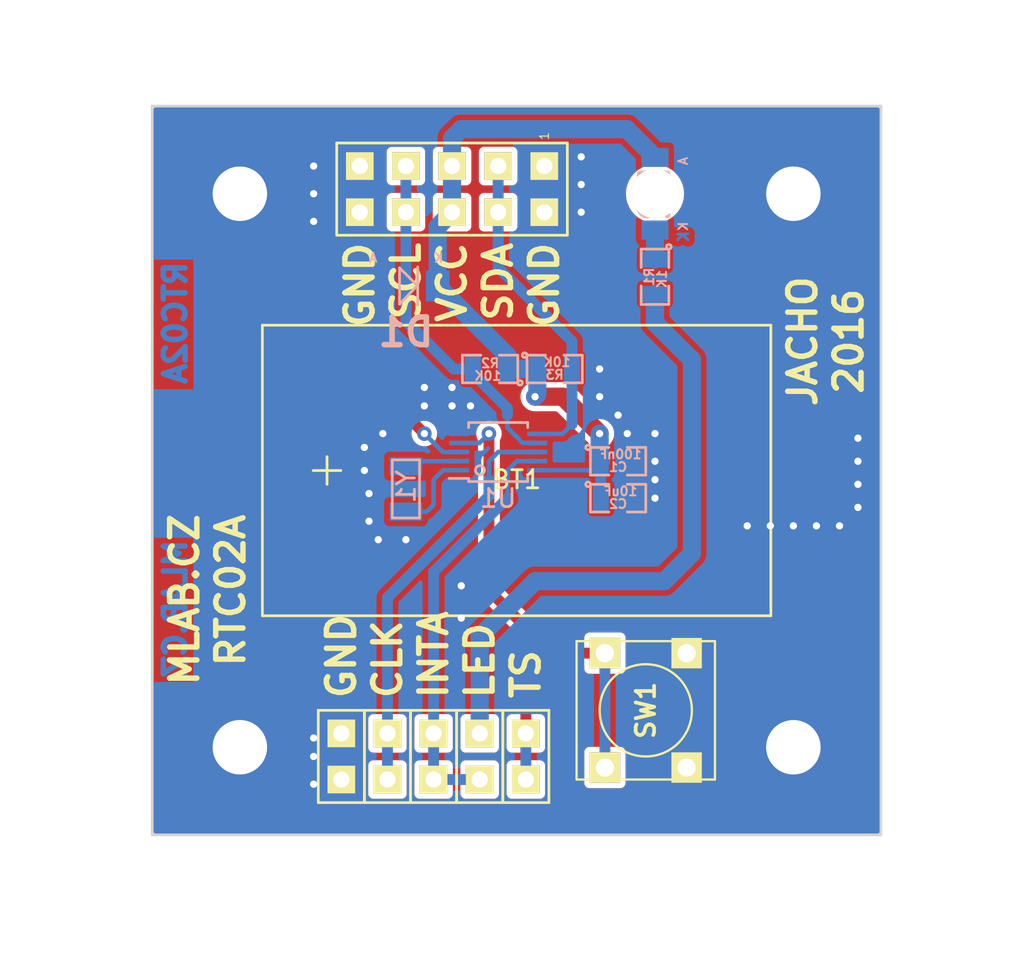
<source format=kicad_pcb>
(kicad_pcb (version 20221018) (generator pcbnew)
  (layers (0 "F.Cu" signal) (31 "B.Cu" signal) (34 "B.Paste" user) (35 "F.Paste" user) (36 "B.SilkS" user "B.Silkscreen") (37 "F.SilkS" user "F.Silkscreen") (38 "B.Mask" user) (39 "F.Mask" user) (44 "Edge.Cuts" user))
  (net 0 "")
  (net 1 "Net-(BT1-Pad1)")
  (net 2 "GND")
  (net 3 "VCC")
  (net 4 "Net-(D2-Pad1)")
  (net 5 "/SDA")
  (net 6 "/SCL")
  (net 7 "/INTA")
  (net 8 "Net-(J2-Pad2)")
  (net 9 "/CLK")
  (net 10 "/TS")
  (net 11 "Net-(U1-Pad1)")
  (net 12 "Net-(U1-Pad2)")
  (footprint "Mlab_Batery:CH28-2032" (layer "F.Cu") (at 20.32 -20.32)
    (fp_text reference "BT1" (at 0 0.5) (layer "F.SilkS"))
    (fp_text value "CH28-2032")
    (fp_text user "+" (at -10.4394 -0.1524) (layer "F.SilkS") (effects (font (size 2 2))))
    (fp_line (start -14 -8) (end 14 -8) (stroke (width 0.15)) (layer "F.SilkS"))
    (fp_line (start -14 8) (end -14 -8) (stroke (width 0.15)) (layer "F.SilkS"))
    (fp_line (start 14 -8) (end 14 8) (stroke (width 0.15)) (layer "F.SilkS"))
    (fp_line (start 14 8) (end -14 8) (stroke (width 0.15)) (layer "F.SilkS"))
    (pad "1" smd rect locked (at -15 0) (size 5 4) (layers "F.Cu" "F.Paste" "F.Mask") (net 1 "Net-(BT1-Pad1)"))
    (pad "2" smd rect locked (at 15 0) (size 5 4) (layers "F.Cu" "F.Paste" "F.Mask") (net 2 "GND"))
  )
  (footprint "Mlab_Pin_Headers:Straight_2x05" (layer "F.Cu") (at 16.764 -35.814 -90)
    (fp_text reference "J1" hide)
    (fp_text value "JUMP_5X2" hide)
    (fp_text user "1" (at -2.921 -5.08 270) (layer "F.SilkS") (effects (font (size 0.5 0.5) (thickness 0.05))))
    (fp_line (start -2.54 -6.35) (end 2.54 -6.35) (stroke (width 0.15)) (layer "F.SilkS"))
    (fp_line (start -2.54 6.35) (end -2.54 -6.35) (stroke (width 0.15)) (layer "F.SilkS"))
    (fp_line (start 2.54 -6.35) (end 2.54 6.35) (stroke (width 0.15)) (layer "F.SilkS"))
    (fp_line (start 2.54 6.35) (end -2.54 6.35) (stroke (width 0.15)) (layer "F.SilkS"))
    (pad "1" thru_hole rect (at -1.27 -5.08 270) (size 1.524 1.524) (drill 0.889) (layers "*.Cu" "*.Mask" "F.SilkS") (net 2 "GND"))
    (pad "2" thru_hole rect (at 1.27 -5.08 270) (size 1.524 1.524) (drill 0.889) (layers "*.Cu" "*.Mask" "F.SilkS") (net 2 "GND"))
    (pad "3" thru_hole rect (at -1.27 -2.54 270) (size 1.524 1.524) (drill 0.889) (layers "*.Cu" "*.Mask" "F.SilkS") (net 5 "/SDA"))
    (pad "4" thru_hole rect (at 1.27 -2.54 270) (size 1.524 1.524) (drill 0.889) (layers "*.Cu" "*.Mask" "F.SilkS") (net 5 "/SDA"))
    (pad "5" thru_hole rect (at -1.27 0 270) (size 1.524 1.524) (drill 0.889) (layers "*.Cu" "*.Mask" "F.SilkS") (net 3 "VCC"))
    (pad "6" thru_hole rect (at 1.27 0 270) (size 1.524 1.524) (drill 0.889) (layers "*.Cu" "*.Mask" "F.SilkS") (net 3 "VCC"))
    (pad "7" thru_hole rect (at -1.27 2.54 270) (size 1.524 1.524) (drill 0.889) (layers "*.Cu" "*.Mask" "F.SilkS") (net 6 "/SCL"))
    (pad "8" thru_hole rect (at 1.27 2.54 270) (size 1.524 1.524) (drill 0.889) (layers "*.Cu" "*.Mask" "F.SilkS") (net 6 "/SCL"))
    (pad "9" thru_hole rect (at -1.27 5.08 270) (size 1.524 1.524) (drill 0.889) (layers "*.Cu" "*.Mask" "F.SilkS") (net 2 "GND"))
    (pad "10" thru_hole rect (at 1.27 5.08 270) (size 1.524 1.524) (drill 0.889) (layers "*.Cu" "*.Mask" "F.SilkS") (net 2 "GND"))
  )
  (footprint "Mlab_Pin_Headers:Straight_2x01" (layer "F.Cu") (at 18.288 -4.572 90)
    (fp_text reference "J2" hide)
    (fp_text value "JUMP2_2x1" hide)
    (fp_line (start -2.54 -1.27) (end 2.54 -1.27) (stroke (width 0.15)) (layer "F.SilkS"))
    (fp_line (start -2.54 1.27) (end -2.54 -1.27) (stroke (width 0.15)) (layer "F.SilkS"))
    (fp_line (start 2.54 -1.27) (end 2.54 1.27) (stroke (width 0.15)) (layer "F.SilkS"))
    (fp_line (start 2.54 1.27) (end -2.54 1.27) (stroke (width 0.15)) (layer "F.SilkS"))
    (pad "1" thru_hole rect (at -1.27 0 90) (size 1.524 1.524) (drill 0.889) (layers "*.Cu" "*.Mask" "F.SilkS") (net 7 "/INTA"))
    (pad "2" thru_hole rect (at 1.27 0 90) (size 1.524 1.524) (drill 0.889) (layers "*.Cu" "*.Mask" "F.SilkS") (net 8 "Net-(J2-Pad2)"))
  )
  (footprint "Mlab_Pin_Headers:Straight_2x01" (layer "F.Cu") (at 15.748 -4.572 90)
    (fp_text reference "J3" hide)
    (fp_text value "JUMP_2x1" hide)
    (fp_line (start -2.54 -1.27) (end 2.54 -1.27) (stroke (width 0.15)) (layer "F.SilkS"))
    (fp_line (start -2.54 1.27) (end -2.54 -1.27) (stroke (width 0.15)) (layer "F.SilkS"))
    (fp_line (start 2.54 -1.27) (end 2.54 1.27) (stroke (width 0.15)) (layer "F.SilkS"))
    (fp_line (start 2.54 1.27) (end -2.54 1.27) (stroke (width 0.15)) (layer "F.SilkS"))
    (pad "1" thru_hole rect (at -1.27 0 90) (size 1.524 1.524) (drill 0.889) (layers "*.Cu" "*.Mask" "F.SilkS") (net 7 "/INTA"))
    (pad "2" thru_hole rect (at 1.27 0 90) (size 1.524 1.524) (drill 0.889) (layers "*.Cu" "*.Mask" "F.SilkS") (net 7 "/INTA"))
  )
  (footprint "Mlab_Pin_Headers:Straight_2x01" (layer "F.Cu") (at 13.208 -4.572 90)
    (fp_text reference "J4" hide)
    (fp_text value "JUMP_2x1" hide)
    (fp_line (start -2.54 -1.27) (end 2.54 -1.27) (stroke (width 0.15)) (layer "F.SilkS"))
    (fp_line (start -2.54 1.27) (end -2.54 -1.27) (stroke (width 0.15)) (layer "F.SilkS"))
    (fp_line (start 2.54 -1.27) (end 2.54 1.27) (stroke (width 0.15)) (layer "F.SilkS"))
    (fp_line (start 2.54 1.27) (end -2.54 1.27) (stroke (width 0.15)) (layer "F.SilkS"))
    (pad "1" thru_hole rect (at -1.27 0 90) (size 1.524 1.524) (drill 0.889) (layers "*.Cu" "*.Mask" "F.SilkS") (net 9 "/CLK"))
    (pad "2" thru_hole rect (at 1.27 0 90) (size 1.524 1.524) (drill 0.889) (layers "*.Cu" "*.Mask" "F.SilkS") (net 9 "/CLK"))
  )
  (footprint "Mlab_Pin_Headers:Straight_2x01" (layer "F.Cu") (at 20.828 -4.572 90)
    (fp_text reference "J5" hide)
    (fp_text value "JUMP_2x1" hide)
    (fp_line (start -2.54 -1.27) (end 2.54 -1.27) (stroke (width 0.15)) (layer "F.SilkS"))
    (fp_line (start -2.54 1.27) (end -2.54 -1.27) (stroke (width 0.15)) (layer "F.SilkS"))
    (fp_line (start 2.54 -1.27) (end 2.54 1.27) (stroke (width 0.15)) (layer "F.SilkS"))
    (fp_line (start 2.54 1.27) (end -2.54 1.27) (stroke (width 0.15)) (layer "F.SilkS"))
    (pad "1" thru_hole rect (at -1.27 0 90) (size 1.524 1.524) (drill 0.889) (layers "*.Cu" "*.Mask" "F.SilkS") (net 10 "/TS"))
    (pad "2" thru_hole rect (at 1.27 0 90) (size 1.524 1.524) (drill 0.889) (layers "*.Cu" "*.Mask" "F.SilkS") (net 10 "/TS"))
  )
  (footprint "Mlab_Mechanical:MountingHole_3mm" (layer "F.Cu") (at 5.08 -5.08)
    (fp_text reference "M1" hide)
    (fp_text value "HOLE" hide)
    (pad "1" thru_hole circle (at 0 0) (size 6 6) (drill 3) (layers "*.Cu" "*.Adhes" "*.Mask") (net 2 "GND") (clearance 1))
  )
  (footprint "Mlab_Mechanical:MountingHole_3mm" (layer "F.Cu") (at 5.08 -35.56)
    (fp_text reference "M2" hide)
    (fp_text value "HOLE" hide)
    (pad "1" thru_hole circle (at 0 0) (size 6 6) (drill 3) (layers "*.Cu" "*.Adhes" "*.Mask") (net 2 "GND") (clearance 1))
  )
  (footprint "Mlab_Mechanical:MountingHole_3mm" (layer "F.Cu") (at 35.56 -35.56)
    (fp_text reference "M3" hide)
    (fp_text value "HOLE" hide)
    (pad "1" thru_hole circle (at 0 0) (size 6 6) (drill 3) (layers "*.Cu" "*.Adhes" "*.Mask") (net 2 "GND") (clearance 1))
  )
  (footprint "Mlab_Mechanical:MountingHole_3mm" (layer "F.Cu") (at 35.56 -5.08)
    (fp_text reference "M4" hide)
    (fp_text value "HOLE" hide)
    (pad "1" thru_hole circle (at 0 0) (size 6 6) (drill 3) (layers "*.Cu" "*.Adhes" "*.Mask") (net 2 "GND") (clearance 1))
  )
  (footprint "Mlab_SW:SW_PUSH_SMALL" (layer "F.Cu") (at 27.432 -7.112 90)
    (fp_text reference "SW1" (at 0 0 90) (layer "F.SilkS") (effects (font (size 1.016 1.016) (thickness 0.2032))))
    (fp_text value "SW_PUSH" hide)
    (fp_line (start -3.81 -3.81) (end -3.81 3.81) (stroke (width 0.127)) (layer "F.SilkS"))
    (fp_line (start -3.81 -3.81) (end 3.81 -3.81) (stroke (width 0.127)) (layer "F.SilkS"))
    (fp_line (start 3.81 -3.81) (end 3.81 3.81) (stroke (width 0.127)) (layer "F.SilkS"))
    (fp_line (start 3.81 3.81) (end -3.81 3.81) (stroke (width 0.127)) (layer "F.SilkS"))
    (fp_circle (center 0 0) (end 0 -2.54) (stroke (width 0.127)) (fill none) (layer "F.SilkS"))
    (pad "1" thru_hole rect (at -3.15 -2.25 90) (size 1.6764 1.6764) (drill 1) (layers "*.Cu" "*.Mask" "F.SilkS") (net 10 "/TS"))
    (pad "1" thru_hole rect (at 3.15 -2.25 90) (size 1.6764 1.6764) (drill 1) (layers "*.Cu" "*.Mask" "F.SilkS") (net 10 "/TS"))
    (pad "2" thru_hole rect (at -3.15 2.25 90) (size 1.6764 1.6764) (drill 1) (layers "*.Cu" "*.Mask" "F.SilkS") (net 2 "GND"))
    (pad "2" thru_hole rect (at 3.15 2.25 90) (size 1.6764 1.6764) (drill 1) (layers "*.Cu" "*.Mask" "F.SilkS") (net 2 "GND"))
  )
  (footprint "Mlab_Pin_Headers:Straight_2x01" (layer "F.Cu") (at 10.668 -4.572 90)
    (fp_text reference "J6" hide)
    (fp_text value "JUMP_2x1" hide)
    (fp_line (start -2.54 -1.27) (end 2.54 -1.27) (stroke (width 0.15)) (layer "F.SilkS"))
    (fp_line (start -2.54 1.27) (end -2.54 -1.27) (stroke (width 0.15)) (layer "F.SilkS"))
    (fp_line (start 2.54 -1.27) (end 2.54 1.27) (stroke (width 0.15)) (layer "F.SilkS"))
    (fp_line (start 2.54 1.27) (end -2.54 1.27) (stroke (width 0.15)) (layer "F.SilkS"))
    (pad "1" thru_hole rect (at -1.27 0 90) (size 1.524 1.524) (drill 0.889) (layers "*.Cu" "*.Mask" "F.SilkS") (net 2 "GND"))
    (pad "2" thru_hole rect (at 1.27 0 90) (size 1.524 1.524) (drill 0.889) (layers "*.Cu" "*.Mask" "F.SilkS") (net 2 "GND"))
  )
  (footprint "Mlab_R:SMD-0805" (layer "B.Cu") (at 25.908 -20.828)
    (fp_text reference "C1" (at 0 0.3175) (layer "B.SilkS") (effects (font (size 0.50038 0.50038) (thickness 0.10922)) (justify mirror)))
    (fp_text value "100nF" (at 0.127 -0.381) (layer "B.SilkS") (effects (font (size 0.50038 0.50038) (thickness 0.10922)) (justify mirror)))
    (fp_line (start -1.524 -0.762) (end -1.524 0.762) (stroke (width 0.15)) (layer "B.SilkS"))
    (fp_line (start -1.524 0.762) (end -0.508 0.762) (stroke (width 0.15)) (layer "B.SilkS"))
    (fp_line (start -0.508 -0.762) (end -1.524 -0.762) (stroke (width 0.15)) (layer "B.SilkS"))
    (fp_line (start 0.508 0.762) (end 1.524 0.762) (stroke (width 0.15)) (layer "B.SilkS"))
    (fp_line (start 1.524 -0.762) (end 0.508 -0.762) (stroke (width 0.15)) (layer "B.SilkS"))
    (fp_line (start 1.524 0.762) (end 1.524 -0.762) (stroke (width 0.15)) (layer "B.SilkS"))
    (fp_circle (center -1.651 -0.762) (end -1.651 -0.635) (stroke (width 0.15)) (fill none) (layer "B.SilkS"))
    (pad "1" smd rect (at -0.9525 0) (size 0.889 1.397) (layers "B.Cu" "B.Paste" "B.Mask") (net 3 "VCC"))
    (pad "2" smd rect (at 0.9525 0) (size 0.889 1.397) (layers "B.Cu" "B.Paste" "B.Mask") (net 2 "GND"))
  )
  (footprint "Mlab_R:SMD-0805" (layer "B.Cu") (at 25.908 -18.796)
    (fp_text reference "C2" (at 0 0.3175) (layer "B.SilkS") (effects (font (size 0.50038 0.50038) (thickness 0.10922)) (justify mirror)))
    (fp_text value "10uF" (at 0.127 -0.381) (layer "B.SilkS") (effects (font (size 0.50038 0.50038) (thickness 0.10922)) (justify mirror)))
    (fp_line (start -1.524 -0.762) (end -1.524 0.762) (stroke (width 0.15)) (layer "B.SilkS"))
    (fp_line (start -1.524 0.762) (end -0.508 0.762) (stroke (width 0.15)) (layer "B.SilkS"))
    (fp_line (start -0.508 -0.762) (end -1.524 -0.762) (stroke (width 0.15)) (layer "B.SilkS"))
    (fp_line (start 0.508 0.762) (end 1.524 0.762) (stroke (width 0.15)) (layer "B.SilkS"))
    (fp_line (start 1.524 -0.762) (end 0.508 -0.762) (stroke (width 0.15)) (layer "B.SilkS"))
    (fp_line (start 1.524 0.762) (end 1.524 -0.762) (stroke (width 0.15)) (layer "B.SilkS"))
    (fp_circle (center -1.651 -0.762) (end -1.651 -0.635) (stroke (width 0.15)) (fill none) (layer "B.SilkS"))
    (pad "1" smd rect (at -0.9525 0) (size 0.889 1.397) (layers "B.Cu" "B.Paste" "B.Mask") (net 3 "VCC"))
    (pad "2" smd rect (at 0.9525 0) (size 0.889 1.397) (layers "B.Cu" "B.Paste" "B.Mask") (net 2 "GND"))
  )
  (footprint "Mlab_D:Diode-MiniMELF_Standard" (layer "B.Cu") (at 14.224 -30.48)
    (fp_text reference "D1" (at 0 2.54) (layer "B.SilkS") (effects (font (size 1.524 1.524) (thickness 0.3048)) (justify mirror)))
    (fp_text value "BZV55C" hide)
    (fp_text user "K" (at 1.80086 -1.5494) (layer "B.SilkS") (effects (font (size 0.50038 0.50038) (thickness 0.09906)) (justify mirror)))
    (fp_text user "A" (at -1.80086 -1.5494) (layer "B.SilkS") (effects (font (size 0.50038 0.50038) (thickness 0.09906)) (justify mirror)))
    (fp_line (start -0.35052 -1.00076) (end 0.65024 0) (stroke (width 0.15)) (layer "B.SilkS"))
    (fp_line (start -0.35052 1.00076) (end -0.35052 -1.00076) (stroke (width 0.15)) (layer "B.SilkS"))
    (fp_line (start 0.65024 -0.0508) (end -0.35052 1.00076) (stroke (width 0.15)) (layer "B.SilkS"))
    (fp_line (start 0.65024 1.04902) (end 0.65024 -1.04902) (stroke (width 0.15)) (layer "B.SilkS"))
    (pad "1" smd rect (at 1.75006 0) (size 1.30048 1.69926) (layers "B.Cu" "B.Paste" "B.Mask") (net 3 "VCC"))
    (pad "2" smd rect (at -1.75006 0) (size 1.30048 1.69926) (layers "B.Cu" "B.Paste" "B.Mask") (net 2 "GND"))
  )
  (footprint "Mlab_D:LED_1206" (layer "B.Cu") (at 27.94 -35.56 -90)
    (fp_text reference "D2" (at 0 0 270) (layer "B.SilkS") (effects (font (size 1.524 1.524) (thickness 0.3048)) (justify mirror)))
    (fp_text value "LED" hide)
    (fp_text user "A" (at -1.80086 -1.5494 270) (layer "B.SilkS") (effects (font (size 0.50038 0.50038) (thickness 0.09906)) (justify mirror)))
    (fp_text user "K" (at 1.80086 -1.5494 270) (layer "B.SilkS") (effects (font (size 0.50038 0.50038) (thickness 0.09906)) (justify mirror)))
    (fp_line (start 2.21488 -1.50622) (end 2.53492 -1.81102) (stroke (width 0.15)) (layer "B.Cu"))
    (fp_line (start 2.2225 -1.24968) (end 2.21742 -1.81864) (stroke (width 0.15)) (layer "B.Cu"))
    (fp_line (start 2.25298 -1.52146) (end 2.5273 -1.24968) (stroke (width 0.15)) (layer "B.Cu"))
    (pad "" np_thru_hole circle (at 0 0 270) (size 2.7 2.7) (drill 2.7) (layers "*.Cu" "*.Mask" "B.SilkS"))
    (pad "1" smd rect (at 2 0 270) (size 1.05 1.5) (layers "B.Cu" "B.Paste" "B.Mask") (net 4 "Net-(D2-Pad1)"))
    (pad "2" smd rect (at -2 0 270) (size 1.05 1.5) (layers "B.Cu" "B.Paste" "B.Mask") (net 3 "VCC"))
  )
  (footprint "Mlab_R:SMD-0805" (layer "B.Cu") (at 27.94 -30.988 -90)
    (fp_text reference "R1" (at 0 0.3175 270) (layer "B.SilkS") (effects (font (size 0.50038 0.50038) (thickness 0.10922)) (justify mirror)))
    (fp_text value "1K" (at 0.127 -0.381 270) (layer "B.SilkS") (effects (font (size 0.50038 0.50038) (thickness 0.10922)) (justify mirror)))
    (fp_line (start -1.524 -0.762) (end -1.524 0.762) (stroke (width 0.15)) (layer "B.SilkS"))
    (fp_line (start -1.524 0.762) (end -0.508 0.762) (stroke (width 0.15)) (layer "B.SilkS"))
    (fp_line (start -0.508 -0.762) (end -1.524 -0.762) (stroke (width 0.15)) (layer "B.SilkS"))
    (fp_line (start 0.508 0.762) (end 1.524 0.762) (stroke (width 0.15)) (layer "B.SilkS"))
    (fp_line (start 1.524 -0.762) (end 0.508 -0.762) (stroke (width 0.15)) (layer "B.SilkS"))
    (fp_line (start 1.524 0.762) (end 1.524 -0.762) (stroke (width 0.15)) (layer "B.SilkS"))
    (fp_circle (center -1.651 -0.762) (end -1.651 -0.635) (stroke (width 0.15)) (fill none) (layer "B.SilkS"))
    (pad "1" smd rect (at -0.9525 0 270) (size 0.889 1.397) (layers "B.Cu" "B.Paste" "B.Mask") (net 4 "Net-(D2-Pad1)"))
    (pad "2" smd rect (at 0.9525 0 270) (size 0.889 1.397) (layers "B.Cu" "B.Paste" "B.Mask") (net 8 "Net-(J2-Pad2)"))
  )
  (footprint "Mlab_IO:TSSOP-10_3x3mm_Pitch0.5mm" (layer "B.Cu") (at 19.304 -21.336)
    (fp_text reference "U1" (at 0 2.55) (layer "B.SilkS") (effects (justify mirror)))
    (fp_text value "PCF85263A")
    (fp_line (start -1.625 -1.625) (end -1.625 -1.35) (stroke (width 0.15)) (layer "B.SilkS"))
    (fp_line (start -1.625 -1.625) (end 1.625 -1.625) (stroke (width 0.15)) (layer "B.SilkS"))
    (fp_line (start -1.625 1.45) (end -2.7 1.45) (stroke (width 0.15)) (layer "B.SilkS"))
    (fp_line (start -1.625 1.625) (end -1.625 1.45) (stroke (width 0.15)) (layer "B.SilkS"))
    (fp_line (start -1.625 1.625) (end 1.625 1.625) (stroke (width 0.15)) (layer "B.SilkS"))
    (fp_line (start 1.625 -1.625) (end 1.625 -1.35) (stroke (width 0.15)) (layer "B.SilkS"))
    (fp_line (start 1.625 1.625) (end 1.625 1.35) (stroke (width 0.15)) (layer "B.SilkS"))
    (fp_circle (center -1 1) (end -1.25 1) (stroke (width 0.15)) (fill none) (layer "B.SilkS"))
    (pad "1" smd rect (at -2.15 1) (size 1.1 0.25) (layers "B.Cu" "B.Paste" "B.Mask") (net 11 "Net-(U1-Pad1)"))
    (pad "2" smd rect (at -2.15 0.5) (size 1.1 0.25) (layers "B.Cu" "B.Paste" "B.Mask") (net 12 "Net-(U1-Pad2)"))
    (pad "3" smd rect (at -2.15 0) (size 1.1 0.25) (layers "B.Cu" "B.Paste" "B.Mask") (net 1 "Net-(BT1-Pad1)"))
    (pad "4" smd rect (at -2.15 -0.5) (size 1.1 0.25) (layers "B.Cu" "B.Paste" "B.Mask") (net 10 "/TS"))
    (pad "5" smd rect (at -2.15 -1) (size 1.1 0.25) (layers "B.Cu" "B.Paste" "B.Mask") (net 2 "GND"))
    (pad "6" smd rect (at 2.15 -1) (size 1.1 0.25) (layers "B.Cu" "B.Paste" "B.Mask") (net 5 "/SDA"))
    (pad "7" smd rect (at 2.15 -0.5) (size 1.1 0.25) (layers "B.Cu" "B.Paste" "B.Mask") (net 6 "/SCL"))
    (pad "8" smd rect (at 2.15 0) (size 1.1 0.25) (layers "B.Cu" "B.Paste" "B.Mask") (net 9 "/CLK"))
    (pad "9" smd rect (at 2.15 0.5) (size 1.1 0.25) (layers "B.Cu" "B.Paste" "B.Mask") (net 7 "/INTA"))
    (pad "10" smd rect (at 2.15 1) (size 1.1 0.25) (layers "B.Cu" "B.Paste" "B.Mask") (net 3 "VCC"))
  )
  (footprint "Mlab_XTAL:ABS07" (layer "B.Cu") (at 14.224 -19.304 90)
    (fp_text reference "Y1" (at 0.127 0.0127 90) (layer "B.SilkS") (effects (justify mirror)))
    (fp_text value "ABS07-120-32.768KHZ-T" hide)
    (fp_line (start -1.6 0.75) (end -1.6 -0.75) (stroke (width 0.15)) (layer "B.SilkS"))
    (fp_line (start -1.6 0.75) (end 1.6 0.75) (stroke (width 0.15)) (layer "B.SilkS"))
    (fp_line (start 1.6 -0.75) (end -1.6 -0.75) (stroke (width 0.15)) (layer "B.SilkS"))
    (fp_line (start 1.6 -0.75) (end 1.6 0.75) (stroke (width 0.15)) (layer "B.SilkS"))
    (pad "1" smd rect (at 1.25 0 90) (size 1 1.8) (layers "B.Cu" "B.Paste" "B.Mask") (net 12 "Net-(U1-Pad2)"))
    (pad "2" smd rect (at -1.25 0 90) (size 1 1.8) (layers "B.Cu" "B.Paste" "B.Mask") (net 11 "Net-(U1-Pad1)"))
  )
  (footprint "Mlab_R:SMD-0805" (layer "B.Cu") (at 18.8595 -25.908 180)
    (fp_text reference "R2" (at 0 0.3175 180) (layer "B.SilkS") (effects (font (size 0.50038 0.50038) (thickness 0.10922)) (justify mirror)))
    (fp_text value "10K" (at 0.127 -0.381 180) (layer "B.SilkS") (effects (font (size 0.50038 0.50038) (thickness 0.10922)) (justify mirror)))
    (fp_line (start -1.524 -0.762) (end -1.524 0.762) (stroke (width 0.15)) (layer "B.SilkS"))
    (fp_line (start -1.524 0.762) (end -0.508 0.762) (stroke (width 0.15)) (layer "B.SilkS"))
    (fp_line (start -0.508 -0.762) (end -1.524 -0.762) (stroke (width 0.15)) (layer "B.SilkS"))
    (fp_line (start 0.508 0.762) (end 1.524 0.762) (stroke (width 0.15)) (layer "B.SilkS"))
    (fp_line (start 1.524 -0.762) (end 0.508 -0.762) (stroke (width 0.15)) (layer "B.SilkS"))
    (fp_line (start 1.524 0.762) (end 1.524 -0.762) (stroke (width 0.15)) (layer "B.SilkS"))
    (fp_circle (center -1.651 -0.762) (end -1.651 -0.635) (stroke (width 0.15)) (fill none) (layer "B.SilkS"))
    (pad "1" smd rect (at -0.9525 0 180) (size 0.889 1.397) (layers "B.Cu" "B.Paste" "B.Mask") (net 3 "VCC"))
    (pad "2" smd rect (at 0.9525 0 180) (size 0.889 1.397) (layers "B.Cu" "B.Paste" "B.Mask") (net 6 "/SCL"))
  )
  (footprint "Mlab_R:SMD-0805" (layer "B.Cu") (at 22.4155 -25.908)
    (fp_text reference "R3" (at 0 0.3175) (layer "B.SilkS") (effects (font (size 0.50038 0.50038) (thickness 0.10922)) (justify mirror)))
    (fp_text value "10K" (at 0.127 -0.381) (layer "B.SilkS") (effects (font (size 0.50038 0.50038) (thickness 0.10922)) (justify mirror)))
    (fp_line (start -1.524 -0.762) (end -1.524 0.762) (stroke (width 0.15)) (layer "B.SilkS"))
    (fp_line (start -1.524 0.762) (end -0.508 0.762) (stroke (width 0.15)) (layer "B.SilkS"))
    (fp_line (start -0.508 -0.762) (end -1.524 -0.762) (stroke (width 0.15)) (layer "B.SilkS"))
    (fp_line (start 0.508 0.762) (end 1.524 0.762) (stroke (width 0.15)) (layer "B.SilkS"))
    (fp_line (start 1.524 -0.762) (end 0.508 -0.762) (stroke (width 0.15)) (layer "B.SilkS"))
    (fp_line (start 1.524 0.762) (end 1.524 -0.762) (stroke (width 0.15)) (layer "B.SilkS"))
    (fp_circle (center -1.651 -0.762) (end -1.651 -0.635) (stroke (width 0.15)) (fill none) (layer "B.SilkS"))
    (pad "1" smd rect (at -0.9525 0) (size 0.889 1.397) (layers "B.Cu" "B.Paste" "B.Mask") (net 3 "VCC"))
    (pad "2" smd rect (at 0.9525 0) (size 0.889 1.397) (layers "B.Cu" "B.Paste" "B.Mask") (net 5 "/SDA"))
  )
  (gr_line (start 0.254 -0.254) (end 40.386 -0.254) (stroke (width 0.15)) (layer "Edge.Cuts"))
  (gr_line (start 0.254 -40.386) (end 40.386 -40.386) (stroke (width 0.15)) (layer "Edge.Cuts"))
  (gr_line (start 0.254 -0.254) (end 0.254 -40.386) (stroke (width 0.15)) (layer "Edge.Cuts"))
  (gr_line (start 40.386 -40.386) (end 40.386 -0.254) (stroke (width 0.15)) (layer "Edge.Cuts"))
  (gr_text "MLAB.CZ" (at 1.524 -12.7 90) (layer "B.Cu") (effects (font (size 1.2 1.2) (thickness 0.3)) (justify mirror)))
  (gr_text "RTC02A" (at 1.524 -28.448 90) (layer "B.Cu") (effects (font (size 1.2 1.2) (thickness 0.3)) (justify mirror)))
  (gr_text "RTC02A" (at 4.572 -13.716 90) (layer "F.SilkS") (effects (font (size 1.5 1.5) (thickness 0.3))))
  (gr_text "LED" (at 18.288 -7.62 90) (layer "F.SilkS") (effects (font (size 1.5 1.5) (thickness 0.3)) (justify left)))
  (gr_text "2016" (at 38.608 -27.432 90) (layer "F.SilkS") (effects (font (size 1.5 1.5) (thickness 0.3))))
  (gr_text "INTA" (at 15.748 -7.62 90) (layer "F.SilkS") (effects (font (size 1.5 1.5) (thickness 0.3)) (justify left)))
  (gr_text "MLAB.CZ" (at 2.032 -13.208 90) (layer "F.SilkS") (effects (font (size 1.5 1.5) (thickness 0.3))))
  (gr_text "SCL" (at 14.224 -33.02 90) (layer "F.SilkS") (effects (font (size 1.5 1.5) (thickness 0.3)) (justify right)))
  (gr_text "TS" (at 20.828 -7.62 90) (layer "F.SilkS") (effects (font (size 1.5 1.5) (thickness 0.3)) (justify left)))
  (gr_text "CLK" (at 13.208 -7.62 90) (layer "F.SilkS") (effects (font (size 1.5 1.5) (thickness 0.3)) (justify left)))
  (gr_text "VCC" (at 16.764 -33.02 90) (layer "F.SilkS") (effects (font (size 1.5 1.5) (thickness 0.3)) (justify right)))
  (gr_text "SDA" (at 19.304 -33.02 90) (layer "F.SilkS") (effects (font (size 1.5 1.5) (thickness 0.3)) (justify right)))
  (gr_text "JACHO" (at 36.068 -27.432 90) (layer "F.SilkS") (effects (font (size 1.5 1.5) (thickness 0.3))))
  (gr_text "GND" (at 10.668 -7.62 90) (layer "F.SilkS") (effects (font (size 1.5 1.5) (thickness 0.3)) (justify left)))
  (gr_text "GND" (at 11.684 -33.02 90) (layer "F.SilkS") (effects (font (size 1.5 1.5) (thickness 0.3)) (justify right)))
  (gr_text "GND" (at 21.844 -33.02 90) (layer "F.SilkS") (effects (font (size 1.5 1.5) (thickness 0.3)) (justify right)))
  (segment (start 13.462 -24.13) (end 15.24 -22.352) (width 0.6) (layer "F.Cu") (net 1))
  (segment (start 5.32 -22.92) (end 6.53 -24.13) (width 0.6) (layer "F.Cu") (net 1))
  (segment (start 5.32 -20.32) (end 5.32 -22.92) (width 0.6) (layer "F.Cu") (net 1))
  (segment (start 6.53 -24.13) (end 13.462 -24.13) (width 0.6) (layer "F.Cu") (net 1))
  (via (at 15.24 -22.352) (size 0.8) (drill 0.4) (layers "F.Cu" "B.Cu") (net 1))
  (segment (start 16.256 -21.336) (end 15.24 -22.352) (width 0.25) (layer "B.Cu") (net 1))
  (segment (start 17.154 -21.336) (end 16.256 -21.336) (width 0.25) (layer "B.Cu") (net 1))
  (segment (start 10.926 -4.572) (end 17.018 -4.572) (width 0.25) (layer "F.Cu") (net 2))
  (segment (start 35.32 -20.32) (end 35.32 -18.07) (width 0.25) (layer "F.Cu") (net 2))
  (segment (start 9.144 -5.588) (end 9.144 -4.572) (width 0.6) (layer "F.Cu") (net 2))
  (segment (start 25.4 -23.876) (end 24.892 -24.384) (width 0.25) (layer "F.Cu") (net 2))
  (segment (start 34.29 -17.272) (end 33.02 -17.272) (width 0.25) (layer "F.Cu") (net 2))
  (segment (start 34.29 -17.272) (end 35.56 -17.272) (width 0.25) (layer "F.Cu") (net 2))
  (segment (start 12.7 -16.51) (end 14.224 -16.51) (width 0.25) (layer "F.Cu") (net 2))
  (segment (start 39.116 -18.288) (end 39.116 -19.558) (width 0.25) (layer "F.Cu") (net 2))
  (segment (start 26.416 -22.86) (end 25.908 -23.368) (width 0.25) (layer "F.Cu") (net 2))
  (segment (start 24.892 -24.384) (end 24.892 -25.908) (width 0.25) (layer "F.Cu") (net 2))
  (segment (start 11.684 -37.084) (end 9.144 -37.084) (width 0.6) (layer "F.Cu") (net 2))
  (segment (start 12.954 -22.352) (end 12.7 -22.352) (width 0.25) (layer "F.Cu") (net 2))
  (segment (start 27.94 -19.812) (end 27.94 -18.796) (width 0.25) (layer "F.Cu") (net 2))
  (segment (start 34.522 -17.272) (end 34.29 -17.272) (width 0.25) (layer "F.Cu") (net 2))
  (segment (start 12.192 -19.05) (end 12.192 -17.526) (width 0.25) (layer "F.Cu") (net 2))
  (segment (start 17.018 -4.572) (end 17.018 -11.938) (width 0.25) (layer "F.Cu") (net 2))
  (segment (start 23.876 -34.544) (end 23.876 -36.068) (width 0.25) (layer "F.Cu") (net 2))
  (segment (start 15.24 -23.876) (end 15.24 -24.892) (width 0.25) (layer "F.Cu") (net 2))
  (segment (start 10.668 -5.842) (end 10.668 -4.83) (width 0.25) (layer "F.Cu") (net 2))
  (segment (start 17.78 -23.876) (end 16.764 -23.876) (width 0.25) (layer "F.Cu") (net 2))
  (segment (start 9.144 -35.56) (end 9.144 -34.036) (width 0.6) (layer "F.Cu") (net 2))
  (segment (start 39.116 -20.828) (end 39.116 -22.098) (width 0.25) (layer "F.Cu") (net 2))
  (segment (start 27.94 -22.352) (end 27.94 -20.828) (width 0.25) (layer "F.Cu") (net 2))
  (segment (start 10.668 -4.83) (end 10.926 -4.572) (width 0.25) (layer "F.Cu") (net 2))
  (segment (start 26.416 -22.352) (end 26.416 -22.86) (width 0.25) (layer "F.Cu") (net 2))
  (segment (start 11.938 -21.59) (end 11.938 -20.32) (width 0.6) (layer "F.Cu") (net 2))
  (segment (start 17.018 -11.938) (end 17.272 -12.192) (width 0.25) (layer "F.Cu") (net 2))
  (segment (start 12.7 -22.352) (end 11.938 -21.59) (width 0.25) (layer "F.Cu") (net 2))
  (segment (start 17.018 -4.572) (end 17.272 -4.572) (width 0.25) (layer "F.Cu") (net 2))
  (segment (start 36.83 -17.272) (end 38.1 -17.272) (width 0.25) (layer "F.Cu") (net 2))
  (segment (start 35.32 -18.07) (end 34.522 -17.272) (width 0.25) (layer "F.Cu") (net 2))
  (via (at 39.116 -19.558) (size 0.8) (drill 0.4) (layers "F.Cu" "B.Cu") (net 2))
  (via (at 9.144 -35.56) (size 0.8) (drill 0.4) (layers "F.Cu" "B.Cu") (net 2))
  (via (at 27.94 -19.812) (size 0.8) (drill 0.4) (layers "F.Cu" "B.Cu") (net 2))
  (via (at 17.78 -23.876) (size 0.8) (drill 0.4) (layers "F.Cu" "B.Cu") (net 2))
  (via (at 39.116 -18.288) (size 0.8) (drill 0.4) (layers "F.Cu" "B.Cu") (net 2))
  (via (at 12.954 -22.352) (size 0.8) (drill 0.4) (layers "F.Cu" "B.Cu") (net 2))
  (via (at 25.908 -23.368) (size 0.8) (drill 0.4) (layers "F.Cu" "B.Cu") (net 2))
  (via (at 23.876 -37.592) (size 0.8) (drill 0.4) (layers "F.Cu" "B.Cu") (net 2))
  (via (at 9.144 -4.572) (size 0.8) (drill 0.4) (layers "F.Cu" "B.Cu") (net 2))
  (via (at 9.144 -37.084) (size 0.8) (drill 0.4) (layers "F.Cu" "B.Cu") (net 2))
  (via (at 17.272 -12.192) (size 0.8) (drill 0.4) (layers "F.Cu" "B.Cu") (net 2))
  (via (at 16.764 -23.876) (size 0.8) (drill 0.4) (layers "F.Cu" "B.Cu") (net 2))
  (via (at 14.224 -16.51) (size 0.8) (drill 0.4) (layers "F.Cu" "B.Cu") (net 2))
  (via (at 27.94 -18.796) (size 0.8) (drill 0.4) (layers "F.Cu" "B.Cu") (net 2))
  (via (at 16.764 -24.892) (size 0.8) (drill 0.4) (layers "F.Cu" "B.Cu") (net 2))
  (via (at 35.56 -17.272) (size 0.8) (drill 0.4) (layers "F.Cu" "B.Cu") (net 2))
  (via (at 39.116 -22.098) (size 0.8) (drill 0.4) (layers "F.Cu" "B.Cu") (net 2))
  (via (at 24.892 -25.908) (size 0.8) (drill 0.4) (layers "F.Cu" "B.Cu") (net 2))
  (via (at 17.272 -13.97) (size 0.8) (drill 0.4) (layers "F.Cu" "B.Cu") (net 2))
  (via (at 33.02 -17.272) (size 0.8) (drill 0.4) (layers "F.Cu" "B.Cu") (net 2))
  (via (at 34.29 -17.272) (size 0.8) (drill 0.4) (layers "F.Cu" "B.Cu") (net 2))
  (via (at 15.24 -23.876) (size 0.8) (drill 0.4) (layers "F.Cu" "B.Cu") (net 2))
  (via (at 11.938 -20.32) (size 0.8) (drill 0.4) (layers "F.Cu" "B.Cu") (net 2))
  (via (at 26.416 -22.352) (size 0.8) (drill 0.4) (layers "F.Cu" "B.Cu") (net 2))
  (via (at 9.144 -5.588) (size 0.8) (drill 0.4) (layers "F.Cu" "B.Cu") (net 2))
  (via (at 12.7 -16.51) (size 0.8) (drill 0.4) (layers "F.Cu" "B.Cu") (net 2))
  (via (at 39.116 -20.828) (size 0.8) (drill 0.4) (layers "F.Cu" "B.Cu") (net 2))
  (via (at 27.94 -22.352) (size 0.8) (drill 0.4) (layers "F.Cu" "B.Cu") (net 2))
  (via (at 23.876 -36.068) (size 0.8) (drill 0.4) (layers "F.Cu" "B.Cu") (net 2))
  (via (at 38.1 -17.272) (size 0.8) (drill 0.4) (layers "F.Cu" "B.Cu") (net 2))
  (via (at 24.892 -24.384) (size 0.8) (drill 0.4) (layers "F.Cu" "B.Cu") (net 2))
  (via (at 27.94 -20.828) (size 0.8) (drill 0.4) (layers "F.Cu" "B.Cu") (net 2))
  (via (at 36.83 -17.272) (size 0.8) (drill 0.4) (layers "F.Cu" "B.Cu") (net 2))
  (via (at 9.144 -3.048) (size 0.8) (drill 0.4) (layers "F.Cu" "B.Cu") (net 2))
  (via (at 15.24 -24.892) (size 0.8) (drill 0.4) (layers "F.Cu" "B.Cu") (net 2))
  (via (at 12.192 -17.526) (size 0.8) (drill 0.4) (layers "F.Cu" "B.Cu") (net 2))
  (via (at 9.144 -34.036) (size 0.8) (drill 0.4) (layers "F.Cu" "B.Cu") (net 2))
  (via (at 23.876 -34.544) (size 0.8) (drill 0.4) (layers "F.Cu" "B.Cu") (net 2))
  (via (at 11.938 -21.59) (size 0.8) (drill 0.4) (layers "F.Cu" "B.Cu") (net 2))
  (via (at 12.192 -19.05) (size 0.8) (drill 0.4) (layers "F.Cu" "B.Cu") (net 2))
  (segment (start 23.876 -36.068) (end 23.876 -37.592) (width 0.25) (layer "B.Cu") (net 2))
  (segment (start 17.154 -22.336) (end 17.154 -23.25) (width 0.25) (layer "B.Cu") (net 2))
  (segment (start 9.144 -37.084) (end 9.144 -35.56) (width 0.6) (layer "B.Cu") (net 2))
  (segment (start 25.908 -24.384) (end 27.94 -22.352) (width 0.25) (layer "B.Cu") (net 2))
  (segment (start 27.94 -20.828) (end 27.94 -19.812) (width 0.25) (layer "B.Cu") (net 2))
  (segment (start 17.154 -23.25) (end 17.78 -23.876) (width 0.25) (layer "B.Cu") (net 2))
  (segment (start 10.668 -5.842) (end 9.398 -5.842) (width 0.6) (layer "B.Cu") (net 2))
  (segment (start 9.398 -5.842) (end 9.144 -5.588) (width 0.6) (layer "B.Cu") (net 2))
  (segment (start 33.02 -17.272) (end 34.29 -17.272) (width 0.25) (layer "B.Cu") (net 2))
  (segment (start 14.478 -23.876) (end 12.954 -22.352) (width 0.25) (layer "B.Cu") (net 2))
  (segment (start 12.192 -17.018) (end 12.7 -16.51) (width 0.25) (layer "B.Cu") (net 2))
  (segment (start 17.272 -12.192) (end 17.272 -13.97) (width 0.25) (layer "B.Cu") (net 2))
  (segment (start 25.908 -23.368) (end 25.4 -23.876) (width 0.25) (layer "B.Cu") (net 2))
  (segment (start 26.8605 -20.828) (end 26.8605 -21.9075) (width 0.25) (layer "B.Cu") (net 2))
  (segment (start 35.56 -17.272) (end 36.83 -17.272) (width 0.25) (layer "B.Cu") (net 2))
  (segment (start 15.24 -23.876) (end 14.478 -23.876) (width 0.25) (layer "B.Cu") (net 2))
  (segment (start 21.844 -34.544) (end 23.876 -34.544) (width 0.25) (layer "B.Cu") (net 2))
  (segment (start 24.892 -24.384) (end 25.908 -24.384) (width 0.25) (layer "B.Cu") (net 2))
  (segment (start 38.1 -17.272) (end 39.116 -18.288) (width 0.25) (layer "B.Cu") (net 2))
  (segment (start 16.764 -23.876) (end 15.24 -23.876) (width 0.25) (layer "B.Cu") (net 2))
  (segment (start 12.192 -17.526) (end 12.192 -17.018) (width 0.25) (layer "B.Cu") (net 2))
  (segment (start 39.116 -19.558) (end 39.116 -20.828) (width 0.25) (layer "B.Cu") (net 2))
  (segment (start 11.938 -20.32) (end 11.938 -19.304) (width 0.25) (layer "B.Cu") (net 2))
  (segment (start 26.8605 -21.9075) (end 26.416 -22.352) (width 0.25) (layer "B.Cu") (net 2))
  (segment (start 11.938 -19.304) (end 12.192 -19.05) (width 0.25) (layer "B.Cu") (net 2))
  (segment (start 9.144 -4.572) (end 9.144 -3.048) (width 0.6) (layer "B.Cu") (net 2))
  (segment (start 15.24 -24.892) (end 16.764 -24.892) (width 0.25) (layer "B.Cu") (net 2))
  (segment (start 11.938 -21.59) (end 11.938 -20.32) (width 0.25) (layer "B.Cu") (net 2))
  (segment (start 25.908 -23.368) (end 24.892 -24.384) (width 0.25) (layer "B.Cu") (net 2))
  (segment (start 22.86 -24.384) (end 24.892 -22.352) (width 1) (layer "F.Cu") (net 3))
  (segment (start 21.336 -24.384) (end 22.86 -24.384) (width 1) (layer "F.Cu") (net 3))
  (via (at 21.336 -24.384) (size 0.8) (drill 0.4) (layers "F.Cu" "B.Cu") (net 3))
  (via (at 24.892 -22.352) (size 0.8) (drill 0.4) (layers "F.Cu" "B.Cu") (net 3))
  (segment (start 19.812 -25.908) (end 21.463 -25.908) (width 1) (layer "B.Cu") (net 3))
  (segment (start 19.812 -26.64206) (end 15.97406 -30.48) (width 1) (layer "B.Cu") (net 3))
  (segment (start 26.384 -39.116) (end 27.889999 -37.610001) (width 1) (layer "B.Cu") (net 3))
  (segment (start 21.463 -24.511) (end 21.336 -24.384) (width 1) (layer "B.Cu") (net 3))
  (segment (start 24.892 -22.352) (end 24.892 -20.8915) (width 1) (layer "B.Cu") (net 3))
  (segment (start 19.812 -25.908) (end 19.812 -26.64206) (width 1) (layer "B.Cu") (net 3))
  (segment (start 24.4635 -20.336) (end 24.9555 -20.828) (width 0.25) (layer "B.Cu") (net 3))
  (segment (start 16.764 -37.084) (end 16.764 -38.608) (width 1) (layer "B.Cu") (net 3))
  (segment (start 21.463 -25.908) (end 21.463 -24.511) (width 1) (layer "B.Cu") (net 3))
  (segment (start 21.454 -20.336) (end 24.4635 -20.336) (width 0.25) (layer "B.Cu") (net 3))
  (segment (start 24.9555 -18.796) (end 24.9555 -20.828) (width 0.6) (layer "B.Cu") (net 3))
  (segment (start 16.764 -37.084) (end 16.764 -34.544) (width 1) (layer "B.Cu") (net 3))
  (segment (start 16.764 -38.608) (end 17.272 -39.116) (width 1) (layer "B.Cu") (net 3))
  (segment (start 15.97406 -30.48) (end 15.97406 -33.75406) (width 1) (layer "B.Cu") (net 3))
  (segment (start 17.272 -39.116) (end 26.384 -39.116) (width 1) (layer "B.Cu") (net 3))
  (segment (start 24.892 -20.8915) (end 24.9555 -20.828) (width 1) (layer "B.Cu") (net 3))
  (segment (start 15.97406 -33.75406) (end 16.764 -34.544) (width 1) (layer "B.Cu") (net 3))
  (segment (start 27.889999 -37.610001) (end 27.94 -37.610001) (width 1) (layer "B.Cu") (net 3))
  (segment (start 27.94 -31.9405) (end 27.94 -33.509999) (width 1) (layer "B.Cu") (net 4))
  (segment (start 19.304 -37.084) (end 19.304 -34.544) (width 0.6) (layer "B.Cu") (net 5))
  (segment (start 19.304 -31.496) (end 23.368 -27.432) (width 0.6) (layer "B.Cu") (net 5))
  (segment (start 21.454 -22.336) (end 22.844 -22.336) (width 0.25) (layer "B.Cu") (net 5))
  (segment (start 19.304 -34.544) (end 19.304 -31.496) (width 0.6) (layer "B.Cu") (net 5))
  (segment (start 22.844 -22.336) (end 23.368 -22.86) (width 0.25) (layer "B.Cu") (net 5))
  (segment (start 23.368 -27.432) (end 23.368 -25.908) (width 0.6) (layer "B.Cu") (net 5))
  (segment (start 23.368 -22.86) (end 23.368 -25.908) (width 0.6) (layer "B.Cu") (net 5))
  (segment (start 21.454 -21.836) (end 20.654 -21.836) (width 0.25) (layer "B.Cu") (net 6))
  (segment (start 20.654 -21.836) (end 19.812 -22.678) (width 0.25) (layer "B.Cu") (net 6))
  (segment (start 17.907 -25.654) (end 17.907 -25.908) (width 0.6) (layer "B.Cu") (net 6))
  (segment (start 14.224 -28.5465) (end 14.224 -29.845) (width 0.6) (layer "B.Cu") (net 6))
  (segment (start 17.907 -25.908) (end 16.8625 -25.908) (width 0.6) (layer "B.Cu") (net 6))
  (segment (start 14.224 -34.544) (end 14.224 -29.845) (width 0.6) (layer "B.Cu") (net 6))
  (segment (start 19.812 -23.368) (end 19.812 -23.749) (width 0.6) (layer "B.Cu") (net 6))
  (segment (start 19.812 -23.749) (end 17.907 -25.654) (width 0.6) (layer "B.Cu") (net 6))
  (segment (start 16.8625 -25.908) (end 14.224 -28.5465) (width 0.6) (layer "B.Cu") (net 6))
  (segment (start 14.224 -37.084) (end 14.224 -34.544) (width 0.6) (layer "B.Cu") (net 6))
  (segment (start 19.812 -22.678) (end 19.812 -23.368) (width 0.25) (layer "B.Cu") (net 6))
  (segment (start 21.454 -20.836) (end 20.328 -20.836) (width 0.25) (layer "B.Cu") (net 7))
  (segment (start 15.748 -14.732) (end 15.748 -5.842) (width 0.6) (layer "B.Cu") (net 7))
  (segment (start 19.812 -18.796) (end 15.748 -14.732) (width 0.6) (layer "B.Cu") (net 7))
  (segment (start 20.328 -20.836) (end 19.812 -20.32) (width 0.25) (layer "B.Cu") (net 7))
  (segment (start 19.812 -20.32) (end 19.812 -18.796) (width 0.25) (layer "B.Cu") (net 7))
  (segment (start 15.748 -3.302) (end 18.288 -3.302) (width 0.6) (layer "B.Cu") (net 7))
  (segment (start 15.748 -3.302) (end 15.748 -5.842) (width 0.6) (layer "B.Cu") (net 7))
  (segment (start 18.288 -5.842) (end 18.288 -11.176) (width 1) (layer "B.Cu") (net 8))
  (segment (start 29.972 -26.416) (end 27.94 -28.448) (width 1) (layer "B.Cu") (net 8))
  (segment (start 29.972 -15.748) (end 29.972 -26.416) (width 1) (layer "B.Cu") (net 8))
  (segment (start 21.336 -14.224) (end 28.448 -14.224) (width 1) (layer "B.Cu") (net 8))
  (segment (start 28.448 -14.224) (end 29.972 -15.748) (width 1) (layer "B.Cu") (net 8))
  (segment (start 27.94 -28.448) (end 27.94 -30.0355) (width 1) (layer "B.Cu") (net 8))
  (segment (start 18.288 -11.176) (end 21.336 -14.224) (width 1) (layer "B.Cu") (net 8))
  (segment (start 18.796 -20.828) (end 18.796 -19.812) (width 0.25) (layer "B.Cu") (net 9))
  (segment (start 13.208 -13.323384) (end 18.796 -18.911384) (width 0.6) (layer "B.Cu") (net 9))
  (segment (start 13.208 -3.302) (end 13.208 -5.842) (width 0.6) (layer "B.Cu") (net 9))
  (segment (start 21.454 -21.336) (end 19.304 -21.336) (width 0.25) (layer "B.Cu") (net 9))
  (segment (start 19.304 -21.336) (end 18.796 -20.828) (width 0.25) (layer "B.Cu") (net 9))
  (segment (start 13.208 -5.842) (end 13.208 -13.323384) (width 0.6) (layer "B.Cu") (net 9))
  (segment (start 18.796 -18.911384) (end 18.796 -19.812) (width 0.6) (layer "B.Cu") (net 9))
  (segment (start 25.182 -10.262) (end 23.7438 -10.262) (width 0.6) (layer "F.Cu") (net 10))
  (segment (start 18.796 -22.352) (end 18.796 -13.716) (width 0.6) (layer "F.Cu") (net 10))
  (segment (start 18.796 -13.716) (end 20.828 -11.684) (width 0.6) (layer "F.Cu") (net 10))
  (segment (start 22.3218 -11.684) (end 20.828 -11.684) (width 0.6) (layer "F.Cu") (net 10))
  (segment (start 20.828 -11.684) (end 20.828 -5.842) (width 0.6) (layer "F.Cu") (net 10))
  (segment (start 23.7438 -10.262) (end 22.3218 -11.684) (width 0.6) (layer "F.Cu") (net 10))
  (via (at 18.796 -22.352) (size 0.8) (drill 0.4) (layers "F.Cu" "B.Cu") (net 10))
  (segment (start 25.182 -5.4002) (end 25.182 -10.262) (width 0.6) (layer "B.Cu") (net 10))
  (segment (start 18.28 -21.836) (end 18.796 -22.352) (width 0.25) (layer "B.Cu") (net 10))
  (segment (start 25.182 -3.962) (end 25.182 -5.4002) (width 0.6) (layer "B.Cu") (net 10))
  (segment (start 20.828 -3.302) (end 20.828 -5.842) (width 0.6) (layer "B.Cu") (net 10))
  (segment (start 17.154 -21.836) (end 18.28 -21.836) (width 0.25) (layer "B.Cu") (net 10))
  (segment (start 15.374 -18.054) (end 15.748 -18.428) (width 0.25) (layer "B.Cu") (net 11))
  (segment (start 14.224 -18.054) (end 15.374 -18.054) (width 0.25) (layer "B.Cu") (net 11))
  (segment (start 15.748 -18.428) (end 15.748 -19.812) (width 0.25) (layer "B.Cu") (net 11))
  (segment (start 16.272 -20.336) (end 15.748 -19.812) (width 0.25) (layer "B.Cu") (net 11))
  (segment (start 17.154 -20.336) (end 16.272 -20.336) (width 0.25) (layer "B.Cu") (net 11))
  (segment (start 14.506 -20.836) (end 14.224 -20.554) (width 0.25) (layer "B.Cu") (net 12))
  (segment (start 17.154 -20.836) (end 14.506 -20.836) (width 0.25) (layer "B.Cu") (net 12))
  (zone (net 2) (net_name "GND") (layer "F.Cu") (connect_pads yes (clearance 0.3)) (min_thickness 0.2) (fill yes (thermal_gap 0.2) (thermal_bridge_width 0.5))
    (polygon (pts (xy 43.688 6.096) (xy -5.588 5.588) (xy -2.54 -43.18) (xy 45.72 -43.688)))
  )
  (zone (net 2) (net_name "GND") (layer "B.Cu") (connect_pads yes (clearance 0.3)) (min_thickness 0.2) (fill yes (thermal_gap 0.2) (thermal_bridge_width 0.5))
    (polygon (pts (xy -6.604 -45.72) (xy 48.26 -46.228) (xy 48.26 7.62) (xy -8.128 7.112)))
  )
)
</source>
